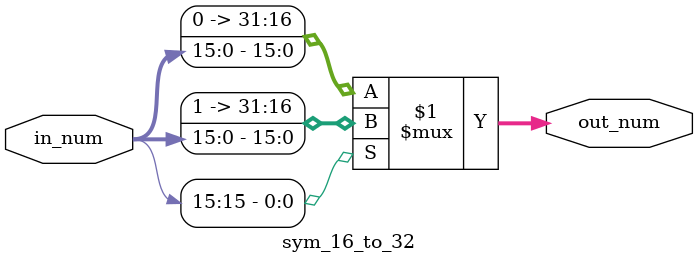
<source format=v>
`timescale 1ns / 1ps


module sym_16_to_32(//·ûºÅÎ»À©Õ¹

input [15:0] in_num,

output [31:0] out_num
    );

assign out_num = ( in_num[15] ) ? {16'hffff, in_num} : {16'b0, in_num};

endmodule

</source>
